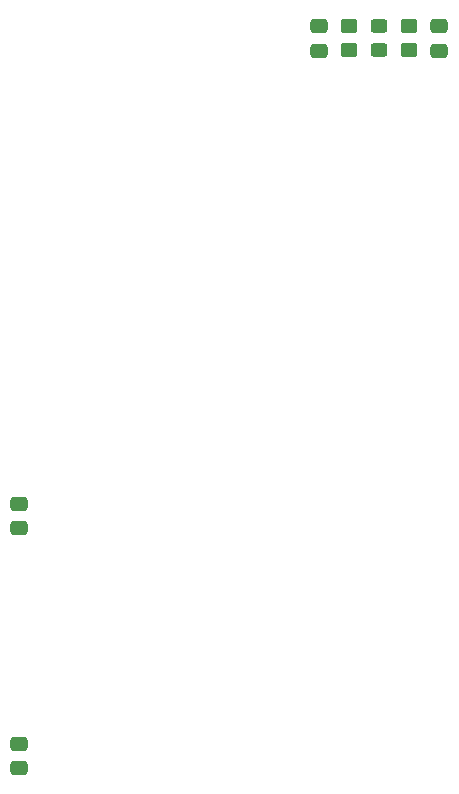
<source format=gbr>
%TF.GenerationSoftware,KiCad,Pcbnew,9.0.4*%
%TF.CreationDate,2025-09-26T16:37:24-04:00*%
%TF.ProjectId,8051_breakout,38303531-5f62-4726-9561-6b6f75742e6b,rev?*%
%TF.SameCoordinates,Original*%
%TF.FileFunction,Paste,Top*%
%TF.FilePolarity,Positive*%
%FSLAX46Y46*%
G04 Gerber Fmt 4.6, Leading zero omitted, Abs format (unit mm)*
G04 Created by KiCad (PCBNEW 9.0.4) date 2025-09-26 16:37:24*
%MOMM*%
%LPD*%
G01*
G04 APERTURE LIST*
G04 Aperture macros list*
%AMRoundRect*
0 Rectangle with rounded corners*
0 $1 Rounding radius*
0 $2 $3 $4 $5 $6 $7 $8 $9 X,Y pos of 4 corners*
0 Add a 4 corners polygon primitive as box body*
4,1,4,$2,$3,$4,$5,$6,$7,$8,$9,$2,$3,0*
0 Add four circle primitives for the rounded corners*
1,1,$1+$1,$2,$3*
1,1,$1+$1,$4,$5*
1,1,$1+$1,$6,$7*
1,1,$1+$1,$8,$9*
0 Add four rect primitives between the rounded corners*
20,1,$1+$1,$2,$3,$4,$5,0*
20,1,$1+$1,$4,$5,$6,$7,0*
20,1,$1+$1,$6,$7,$8,$9,0*
20,1,$1+$1,$8,$9,$2,$3,0*%
G04 Aperture macros list end*
%ADD10RoundRect,0.250000X0.450000X-0.350000X0.450000X0.350000X-0.450000X0.350000X-0.450000X-0.350000X0*%
%ADD11RoundRect,0.250000X-0.475000X0.337500X-0.475000X-0.337500X0.475000X-0.337500X0.475000X0.337500X0*%
%ADD12RoundRect,0.250000X0.475000X-0.337500X0.475000X0.337500X-0.475000X0.337500X-0.475000X-0.337500X0*%
%ADD13RoundRect,0.250000X0.450000X-0.325000X0.450000X0.325000X-0.450000X0.325000X-0.450000X-0.325000X0*%
G04 APERTURE END LIST*
D10*
%TO.C,R1*%
X124460000Y-57420000D03*
X124460000Y-59420000D03*
%TD*%
D11*
%TO.C,C4*%
X121920000Y-59457500D03*
X121920000Y-57382500D03*
%TD*%
D12*
%TO.C,C1*%
X132080000Y-57382500D03*
X132080000Y-59457500D03*
%TD*%
D13*
%TO.C,D2*%
X127000000Y-57395000D03*
X127000000Y-59445000D03*
%TD*%
D11*
%TO.C,C3*%
X96520000Y-120217500D03*
X96520000Y-118142500D03*
%TD*%
D10*
%TO.C,R4*%
X129540000Y-57420000D03*
X129540000Y-59420000D03*
%TD*%
D12*
%TO.C,C2*%
X96520000Y-97822500D03*
X96520000Y-99897500D03*
%TD*%
M02*

</source>
